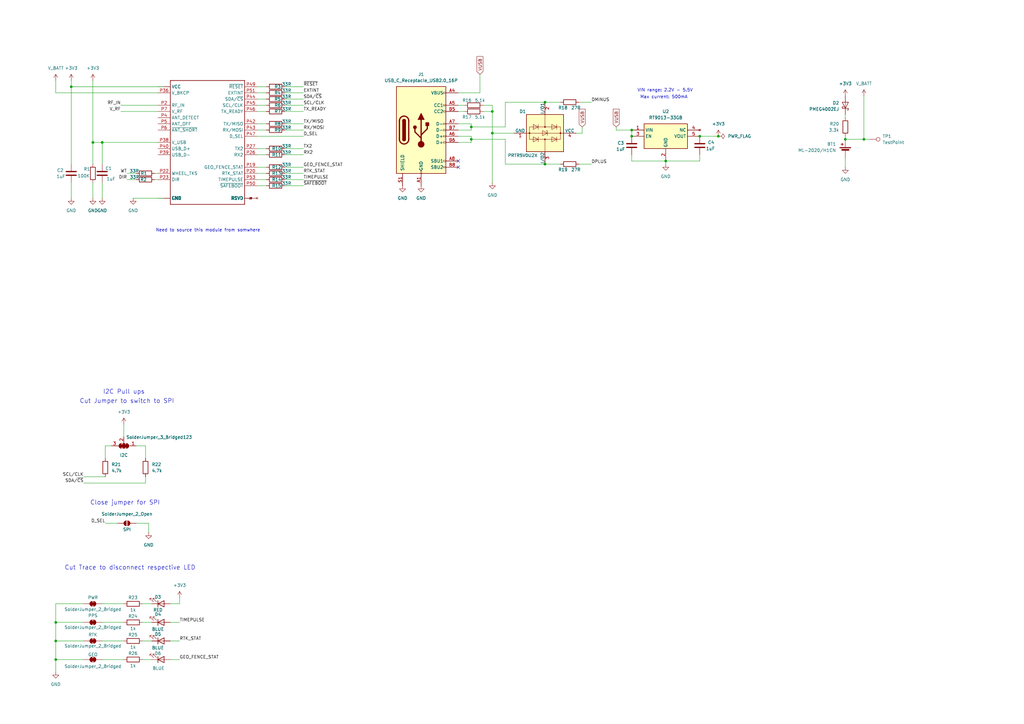
<source format=kicad_sch>
(kicad_sch (version 20250114) (generator "eeschema") (generator_version "9.0")
  (paper "A3")
  (lib_symbols
    (symbol "Connector:TestPoint" (pin_numbers (hide yes)) (pin_names (offset 0.762) (hide yes))
      (property "Reference" "TP" (at 0 6.858 0))
      (property "Value" "TestPoint" (at 0 5.08 0))
      (symbol "TestPoint_0_1"
        (circle (center 0 3.302) (radius 0.762))
      )
      (symbol "TestPoint_1_1"
        (pin passive line (at 0 0 90) (length 2.54) (name "1") (number "1"))
      )
    )
    (symbol "Connector:USB_C_Receptacle_USB2.0_16P" (pin_names (offset 1.016))
      (property "Reference" "J" (at 0 22.225 0))
      (property "Value" "USB_C_Receptacle_USB2.0_16P" (at 0 19.685 0))
      (symbol "USB_C_Receptacle_USB2.0_16P_0_0"
        (rectangle (start -0.254 -17.78) (end 0.254 -16.764))
        (rectangle (start 10.16 15.494) (end 9.144 14.986))
        (rectangle (start 10.16 10.414) (end 9.144 9.906))
        (rectangle (start 10.16 7.874) (end 9.144 7.366))
        (rectangle (start 10.16 2.794) (end 9.144 2.286))
        (rectangle (start 10.16 0.254) (end 9.144 -0.254))
        (rectangle (start 10.16 -2.286) (end 9.144 -2.794))
        (rectangle (start 10.16 -4.826) (end 9.144 -5.334))
        (rectangle (start 10.16 -12.446) (end 9.144 -12.954))
        (rectangle (start 10.16 -14.986) (end 9.144 -15.494))
      )
      (symbol "USB_C_Receptacle_USB2.0_16P_0_1"
        (rectangle (start -10.16 17.78) (end 10.16 -17.78) (stroke (width 0.254)) (fill (type background)))
        (polyline (pts (xy -8.89 -3.81) (xy -8.89 3.81)) (stroke (width 0.508)))
        (rectangle (start -7.62 -3.81) (end -6.35 3.81) (stroke (width 0.254)) (fill (type outline)))
        (arc (start -7.62 3.81) (mid -6.985 4.4423) (end -6.35 3.81) (stroke (width 0.254)))
        (arc (start -7.62 3.81) (mid -6.985 4.4423) (end -6.35 3.81) (stroke (width 0.254)) (fill (type outline)))
        (arc (start -8.89 3.81) (mid -6.985 5.7067) (end -5.08 3.81) (stroke (width 0.508)))
        (arc (start -5.08 -3.81) (mid -6.985 -5.7067) (end -8.89 -3.81) (stroke (width 0.508)))
        (arc (start -6.35 -3.81) (mid -6.985 -4.4423) (end -7.62 -3.81) (stroke (width 0.254)))
        (arc (start -6.35 -3.81) (mid -6.985 -4.4423) (end -7.62 -3.81) (stroke (width 0.254)) (fill (type outline)))
        (polyline (pts (xy -5.08 3.81) (xy -5.08 -3.81)) (stroke (width 0.508)))
        (circle (center -2.54 1.143) (radius 0.635) (stroke (width 0.254)) (fill (type outline)))
        (polyline (pts (xy -1.27 4.318) (xy 0 6.858) (xy 1.27 4.318) (xy -1.27 4.318)) (stroke (width 0.254)) (fill (type outline)))
        (polyline (pts (xy 0 -2.032) (xy 2.54 0.508) (xy 2.54 1.778)) (stroke (width 0.508)))
        (polyline (pts (xy 0 -3.302) (xy -2.54 -0.762) (xy -2.54 0.508)) (stroke (width 0.508)))
        (polyline (pts (xy 0 -5.842) (xy 0 4.318)) (stroke (width 0.508)))
        (circle (center 0 -5.842) (radius 1.27) (fill (type outline)))
        (rectangle (start 1.905 1.778) (end 3.175 3.048) (stroke (width 0.254)) (fill (type outline)))
      )
      (symbol "USB_C_Receptacle_USB2.0_16P_1_1"
        (pin passive line (at -7.62 -22.86 90) (length 5.08) (name "SHIELD") (number "S1"))
        (pin passive line (at 0 -22.86 90) (length 5.08) (name "GND") (number "A1"))
        (pin passive line (at 0 -22.86 90) (length 5.08) (hide yes) (name "GND") (number "A12"))
        (pin passive line (at 0 -22.86 90) (length 5.08) (hide yes) (name "GND") (number "B1"))
        (pin passive line (at 0 -22.86 90) (length 5.08) (hide yes) (name "GND") (number "B12"))
        (pin passive line (at 15.24 15.24 180) (length 5.08) (name "VBUS") (number "A4"))
        (pin passive line (at 15.24 15.24 180) (length 5.08) (hide yes) (name "VBUS") (number "A9"))
        (pin passive line (at 15.24 15.24 180) (length 5.08) (hide yes) (name "VBUS") (number "B4"))
        (pin passive line (at 15.24 15.24 180) (length 5.08) (hide yes) (name "VBUS") (number "B9"))
        (pin bidirectional line (at 15.24 10.16 180) (length 5.08) (name "CC1") (number "A5"))
        (pin bidirectional line (at 15.24 7.62 180) (length 5.08) (name "CC2") (number "B5"))
        (pin bidirectional line (at 15.24 2.54 180) (length 5.08) (name "D-") (number "A7"))
        (pin bidirectional line (at 15.24 0 180) (length 5.08) (name "D-") (number "B7"))
        (pin bidirectional line (at 15.24 -2.54 180) (length 5.08) (name "D+") (number "A6"))
        (pin bidirectional line (at 15.24 -5.08 180) (length 5.08) (name "D+") (number "B6"))
        (pin bidirectional line (at 15.24 -12.7 180) (length 5.08) (name "SBU1") (number "A8"))
        (pin bidirectional line (at 15.24 -15.24 180) (length 5.08) (name "SBU2") (number "B8"))
      )
    )
    (symbol "Device:Battery_Cell" (pin_numbers (hide yes)) (pin_names (offset 0) (hide yes))
      (property "Reference" "BT" (at 2.54 2.54 0))
      (property "Value" "Battery_Cell" (at 2.54 0 0))
      (symbol "Battery_Cell_0_1"
        (rectangle (start -2.286 1.778) (end 2.286 1.524) (fill (type outline)))
        (rectangle (start -1.524 1.016) (end 1.524 0.508) (fill (type outline)))
        (polyline (pts (xy 0 1.778) (xy 0 2.54)))
        (polyline (pts (xy 0 0.762) (xy 0 0)))
        (polyline (pts (xy 0.762 3.048) (xy 1.778 3.048)) (stroke (width 0.254)))
        (polyline (pts (xy 1.27 3.556) (xy 1.27 2.54)) (stroke (width 0.254)))
      )
      (symbol "Battery_Cell_1_1"
        (pin passive line (at 0 5.08 270) (length 2.54) (name "+") (number "1"))
        (pin passive line (at 0 -2.54 90) (length 2.54) (name "-") (number "2"))
      )
    )
    (symbol "Device:C" (pin_numbers (hide yes)) (pin_names (offset 0.254))
      (property "Reference" "C" (at 0.635 2.54 0))
      (property "Value" "C" (at 0.635 -2.54 0))
      (symbol "C_0_1"
        (polyline (pts (xy -2.032 0.762) (xy 2.032 0.762)) (stroke (width 0.508)))
        (polyline (pts (xy -2.032 -0.762) (xy 2.032 -0.762)) (stroke (width 0.508)))
      )
      (symbol "C_1_1"
        (pin passive line (at 0 3.81 270) (length 2.794) (name "~") (number "1"))
        (pin passive line (at 0 -3.81 90) (length 2.794) (name "~") (number "2"))
      )
    )
    (symbol "Device:LED" (pin_numbers (hide yes)) (pin_names (offset 1.016) (hide yes))
      (property "Reference" "D" (at 0 2.54 0))
      (property "Value" "LED" (at 0 -2.54 0))
      (symbol "LED_0_1"
        (polyline (pts (xy -3.048 -0.762) (xy -4.572 -2.286) (xy -3.81 -2.286) (xy -4.572 -2.286) (xy -4.572 -1.524)))
        (polyline (pts (xy -1.778 -0.762) (xy -3.302 -2.286) (xy -2.54 -2.286) (xy -3.302 -2.286) (xy -3.302 -1.524)))
        (polyline (pts (xy -1.27 0) (xy 1.27 0)))
        (polyline (pts (xy -1.27 -1.27) (xy -1.27 1.27)) (stroke (width 0.254)))
        (polyline (pts (xy 1.27 -1.27) (xy 1.27 1.27) (xy -1.27 0) (xy 1.27 -1.27)) (stroke (width 0.254)))
      )
      (symbol "LED_1_1"
        (pin passive line (at -3.81 0 0) (length 2.54) (name "K") (number "1"))
        (pin passive line (at 3.81 0 180) (length 2.54) (name "A") (number "2"))
      )
    )
    (symbol "Device:R" (pin_numbers (hide yes)) (pin_names (offset 0))
      (property "Reference" "R" (at 2.032 0 90))
      (property "Value" "R" (at 0 0 90))
      (symbol "R_0_1"
        (rectangle (start -1.016 -2.54) (end 1.016 2.54) (stroke (width 0.254)))
      )
      (symbol "R_1_1"
        (pin passive line (at 0 3.81 270) (length 1.27) (name "~") (number "1"))
        (pin passive line (at 0 -3.81 90) (length 1.27) (name "~") (number "2"))
      )
    )
    (symbol "Diode:PMEG4002EJ" (pin_numbers (hide yes)) (pin_names (hide yes))
      (property "Reference" "D" (at 0 2.54 0))
      (property "Value" "PMEG4002EJ" (at 0 -2.54 0))
      (symbol "PMEG4002EJ_0_1"
        (polyline (pts (xy -1.905 0.635) (xy -1.905 1.27) (xy -1.27 1.27) (xy -1.27 -1.27) (xy -0.635 -1.27) (xy -0.635 -0.635)) (stroke (width 0.2032)))
        (polyline (pts (xy 1.27 1.27) (xy 1.27 -1.27) (xy -1.27 0) (xy 1.27 1.27)) (stroke (width 0.2032)))
        (polyline (pts (xy 1.27 0) (xy -1.27 0)))
      )
      (symbol "PMEG4002EJ_1_1"
        (pin passive line (at -3.81 0 0) (length 2.54) (name "K") (number "1"))
        (pin passive line (at 3.81 0 180) (length 2.54) (name "A") (number "2"))
      )
    )
    (symbol "Jumper:SolderJumper_2_Bridged" (pin_numbers (hide yes)) (pin_names (offset 0) (hide yes)) (exclude_from_sim yes) (in_bom no)
      (property "Reference" "JP" (at 0 2.032 0))
      (property "Value" "SolderJumper_2_Bridged" (at 0 -2.54 0))
      (symbol "SolderJumper_2_Bridged_0_1"
        (rectangle (start -0.508 0.508) (end 0.508 -0.508) (fill (type outline)))
        (polyline (pts (xy -0.254 1.016) (xy -0.254 -1.016)))
        (arc (start -0.254 -1.016) (mid -1.2656 0) (end -0.254 1.016))
        (arc (start -0.254 -1.016) (mid -1.2656 0) (end -0.254 1.016) (fill (type outline)))
        (arc (start 0.254 1.016) (mid 1.2656 0) (end 0.254 -1.016))
        (arc (start 0.254 1.016) (mid 1.2656 0) (end 0.254 -1.016) (fill (type outline)))
        (polyline (pts (xy 0.254 1.016) (xy 0.254 -1.016)))
      )
      (symbol "SolderJumper_2_Bridged_1_1"
        (pin passive line (at -3.81 0 0) (length 2.54) (name "A") (number "1"))
        (pin passive line (at 3.81 0 180) (length 2.54) (name "B") (number "2"))
      )
    )
    (symbol "Jumper:SolderJumper_2_Open" (pin_numbers (hide yes)) (pin_names (offset 0) (hide yes)) (exclude_from_sim yes) (in_bom no)
      (property "Reference" "JP" (at 0 2.032 0))
      (property "Value" "SolderJumper_2_Open" (at 0 -2.54 0))
      (symbol "SolderJumper_2_Open_0_1"
        (polyline (pts (xy -0.254 1.016) (xy -0.254 -1.016)))
        (arc (start -0.254 -1.016) (mid -1.2656 0) (end -0.254 1.016))
        (arc (start -0.254 -1.016) (mid -1.2656 0) (end -0.254 1.016) (fill (type outline)))
        (arc (start 0.254 1.016) (mid 1.2656 0) (end 0.254 -1.016))
        (arc (start 0.254 1.016) (mid 1.2656 0) (end 0.254 -1.016) (fill (type outline)))
        (polyline (pts (xy 0.254 1.016) (xy 0.254 -1.016)))
      )
      (symbol "SolderJumper_2_Open_1_1"
        (pin passive line (at -3.81 0 0) (length 2.54) (name "A") (number "1"))
        (pin passive line (at 3.81 0 180) (length 2.54) (name "B") (number "2"))
      )
    )
    (symbol "Jumper:SolderJumper_3_Bridged123" (pin_names (offset 0) (hide yes)) (exclude_from_sim yes) (in_bom no)
      (property "Reference" "JP" (at -2.54 -2.54 0))
      (property "Value" "SolderJumper_3_Bridged123" (at 0 2.794 0))
      (symbol "SolderJumper_3_Bridged123_0_1"
        (polyline (pts (xy -2.54 0) (xy -2.032 0)))
        (polyline (pts (xy -1.016 1.016) (xy -1.016 -1.016)))
        (rectangle (start -1.016 0.508) (end -0.508 -0.508) (fill (type outline)))
        (arc (start -1.016 -1.016) (mid -2.0276 0) (end -1.016 1.016))
        (arc (start -1.016 -1.016) (mid -2.0276 0) (end -1.016 1.016) (fill (type outline)))
        (rectangle (start -0.508 1.016) (end 0.508 -1.016) (fill (type outline)))
        (polyline (pts (xy 0 -1.27) (xy 0 -1.016)))
        (rectangle (start 0.508 0.508) (end 1.016 -0.508) (fill (type outline)))
        (arc (start 1.016 1.016) (mid 2.0276 0) (end 1.016 -1.016))
        (arc (start 1.016 1.016) (mid 2.0276 0) (end 1.016 -1.016) (fill (type outline)))
        (polyline (pts (xy 1.016 1.016) (xy 1.016 -1.016)))
        (polyline (pts (xy 2.54 0) (xy 2.032 0)))
      )
      (symbol "SolderJumper_3_Bridged123_1_1"
        (pin passive line (at -5.08 0 0) (length 2.54) (name "A") (number "1"))
        (pin passive line (at 0 -3.81 90) (length 2.54) (name "C") (number "2"))
        (pin passive line (at 5.08 0 180) (length 2.54) (name "B") (number "3"))
      )
    )
    (symbol "MouserDownloads:RT9013-33GB"
      (property "Reference" "PS" (at 24.13 7.62 0))
      (property "Value" "RT9013-33GB" (at 24.13 5.08 0))
      (symbol "RT9013-33GB_1_1"
        (rectangle (start 5.08 2.54) (end 22.86 -7.62) (stroke (width 0.254)) (fill (type background)))
        (pin passive line (at 0 0 0) (length 5.08) (name "VIN") (number "1"))
        (pin passive line (at 0 -2.54 0) (length 5.08) (name "EN") (number "3"))
        (pin passive line (at 13.97 -12.7 90) (length 5.08) (name "GND") (number "2"))
        (pin no_connect line (at 27.94 0 180) (length 5.08) (name "NC") (number "4"))
        (pin passive line (at 27.94 -2.54 180) (length 5.08) (name "VOUT") (number "5"))
      )
    )
    (symbol "Power_Protection:PRTR5V0U2X" (pin_names (offset 0))
      (property "Reference" "D" (at 2.794 8.636 0))
      (property "Value" "PRTR5V0U2X" (at 8.128 -9.398 0))
      (symbol "PRTR5V0U2X_0_1"
        (rectangle (start -7.62 -7.62) (end 7.62 7.62) (stroke (width 0.254)) (fill (type background)))
        (polyline (pts (xy -3.556 2.794) (xy -1.524 2.794) (xy -2.54 4.826) (xy -3.556 2.794)))
        (polyline (pts (xy -3.556 -4.826) (xy -1.524 -4.826) (xy -2.54 -2.794) (xy -3.556 -4.826)))
        (rectangle (start -2.54 6.35) (end 2.54 -6.35))
        (circle (center -2.54 0) (radius 0.254) (fill (type outline)))
        (polyline (pts (xy -2.54 0) (xy -7.62 0)))
        (polyline (pts (xy -1.524 4.826) (xy -3.556 4.826)))
        (polyline (pts (xy -1.524 -2.794) (xy -3.556 -2.794)))
        (polyline (pts (xy -1.016 -1.016) (xy 1.016 -1.016) (xy 0 1.016) (xy -1.016 -1.016)))
        (circle (center 0 6.35) (radius 0.254) (fill (type outline)))
        (circle (center 0 -6.35) (radius 0.254) (fill (type outline)))
        (polyline (pts (xy 0 -7.62) (xy 0 7.62)))
        (polyline (pts (xy 1.016 1.016) (xy -1.016 1.016) (xy -1.016 0.508)))
        (polyline (pts (xy 1.524 4.826) (xy 3.556 4.826)))
        (polyline (pts (xy 1.524 -2.794) (xy 3.556 -2.794)))
        (polyline (pts (xy 2.54 0) (xy 7.62 0)))
        (circle (center 2.54 0) (radius 0.254) (fill (type outline)))
        (polyline (pts (xy 3.556 2.794) (xy 1.524 2.794) (xy 2.54 4.826) (xy 3.556 2.794)))
        (polyline (pts (xy 3.556 -4.826) (xy 1.524 -4.826) (xy 2.54 -2.794) (xy 3.556 -4.826)))
      )
      (symbol "PRTR5V0U2X_1_1"
        (pin passive line (at -12.7 0 0) (length 5.08) (name "I/O1") (number "2"))
        (pin passive line (at 0 12.7 270) (length 5.08) (name "VCC") (number "4"))
        (pin passive line (at 0 -12.7 90) (length 5.08) (name "GND") (number "1"))
        (pin passive line (at 12.7 0 180) (length 5.08) (name "I/O2") (number "3"))
      )
    )
    (symbol "SparkFun_GPS_ZED-F9K-eagle-import:U-BLOX_ZED_F9K"
      (symbol "U-BLOX_ZED_F9K_1_0"
        (polyline (pts (xy -15.24 25.4) (xy 15.24 25.4)) (stroke (width 0.254)))
        (polyline (pts (xy -15.24 -25.4) (xy -15.24 25.4)) (stroke (width 0.254)))
        (polyline (pts (xy 15.24 25.4) (xy 15.24 -25.4)) (stroke (width 0.254)))
        (polyline (pts (xy 15.24 -25.4) (xy -15.24 -25.4)) (stroke (width 0.254)))
        (pin power_in line (at -20.32 22.86 0) (length 5.08) (name "VCC") (number "P33"))
        (pin power_in line (at -20.32 20.32 0) (length 5.08) (name "V_BKCP") (number "P36"))
        (pin input line (at -20.32 15.24 0) (length 5.08) (name "RF_IN") (number "P2"))
        (pin output line (at -20.32 12.7 0) (length 5.08) (name "V_RF") (number "P7"))
        (pin input line (at -20.32 10.16 0) (length 5.08) (name "ANT_DETECT") (number "P4"))
        (pin output line (at -20.32 7.62 0) (length 5.08) (name "ANT_OFF") (number "P5"))
        (pin output line (at -20.32 5.08 0) (length 5.08) (name "~{ANT_SHORT}") (number "P6"))
        (pin power_in line (at -20.32 0 0) (length 5.08) (name "V_USB") (number "P38"))
        (pin bidirectional line (at -20.32 -2.54 0) (length 5.08) (name "USB_D+") (number "P40"))
        (pin bidirectional line (at -20.32 -5.08 0) (length 5.08) (name "USB_D-") (number "P39"))
        (pin input line (at -20.32 -12.7 0) (length 5.08) (name "WHEEL_TKS") (number "P22"))
        (pin input line (at -20.32 -15.24 0) (length 5.08) (name "DIR") (number "P23"))
        (pin power_in line (at -20.32 -22.86 0) (length 5.08) (name "GND") (number "G1"))
        (pin power_in line (at -17.78 22.86 0) (length 2.54) (name "VCC") (number "P34"))
        (pin power_in line (at -17.78 -22.86 0) (length 2.54) (name "GND") (number "G10"))
        (pin power_in line (at -17.78 -22.86 0) (length 2.54) (name "GND") (number "G11"))
        (pin power_in line (at -17.78 -22.86 0) (length 2.54) (name "GND") (number "G12"))
        (pin power_in line (at -17.78 -22.86 0) (length 2.54) (name "GND") (number "G13"))
        (pin power_in line (at -17.78 -22.86 0) (length 2.54) (name "GND") (number "G14"))
        (pin power_in line (at -17.78 -22.86 0) (length 2.54) (name "GND") (number "G15"))
        (pin power_in line (at -17.78 -22.86 0) (length 2.54) (name "GND") (number "G16"))
        (pin power_in line (at -17.78 -22.86 0) (length 2.54) (name "GND") (number "G17"))
        (pin power_in line (at -17.78 -22.86 0) (length 2.54) (name "GND") (number "G18"))
        (pin power_in line (at -17.78 -22.86 0) (length 2.54) (name "GND") (number "G19"))
        (pin power_in line (at -17.78 -22.86 0) (length 2.54) (name "GND") (number "G2"))
        (pin power_in line (at -17.78 -22.86 0) (length 2.54) (name "GND") (number "G20"))
        (pin power_in line (at -17.78 -22.86 0) (length 2.54) (name "GND") (number "G21"))
        (pin power_in line (at -17.78 -22.86 0) (length 2.54) (name "GND") (number "G22"))
        (pin power_in line (at -17.78 -22.86 0) (length 2.54) (name "GND") (number "G23"))
        (pin power_in line (at -17.78 -22.86 0) (length 2.54) (name "GND") (number "G24"))
        (pin power_in line (at -17.78 -22.86 0) (length 2.54) (name "GND") (number "G25"))
        (pin power_in line (at -17.78 -22.86 0) (length 2.54) (name "GND") (number "G26"))
        (pin power_in line (at -17.78 -22.86 0) (length 2.54) (name "GND") (number "G27"))
        (pin power_in line (at -17.78 -22.86 0) (length 2.54) (name "GND") (number "G28"))
        (pin power_in line (at -17.78 -22.86 0) (length 2.54) (name "GND") (number "G29"))
        (pin power_in line (at -17.78 -22.86 0) (length 2.54) (name "GND") (number "G3"))
        (pin power_in line (at -17.78 -22.86 0) (length 2.54) (name "GND") (number "G30"))
        (pin power_in line (at -17.78 -22.86 0) (length 2.54) (name "GND") (number "G31"))
        (pin power_in line (at -17.78 -22.86 0) (length 2.54) (name "GND") (number "G32"))
        (pin power_in line (at -17.78 -22.86 0) (length 2.54) (name "GND") (number "G33"))
        (pin power_in line (at -17.78 -22.86 0) (length 2.54) (name "GND") (number "G34"))
        (pin power_in line (at -17.78 -22.86 0) (length 2.54) (name "GND") (number "G35"))
        (pin power_in line (at -17.78 -22.86 0) (length 2.54) (name "GND") (number "G36"))
        (pin power_in line (at -17.78 -22.86 0) (length 2.54) (name "GND") (number "G37"))
        (pin power_in line (at -17.78 -22.86 0) (length 2.54) (name "GND") (number "G38"))
        (pin power_in line (at -17.78 -22.86 0) (length 2.54) (name "GND") (number "G39"))
        (pin power_in line (at -17.78 -22.86 0) (length 2.54) (name "GND") (number "G4"))
        (pin power_in line (at -17.78 -22.86 0) (length 2.54) (name "GND") (number "G40"))
        (pin power_in line (at -17.78 -22.86 0) (length 2.54) (name "GND") (number "G41"))
        (pin power_in line (at -17.78 -22.86 0) (length 2.54) (name "GND") (number "G42"))
        (pin power_in line (at -17.78 -22.86 0) (length 2.54) (name "GND") (number "G43"))
        (pin power_in line (at -17.78 -22.86 0) (length 2.54) (name "GND") (number "G44"))
        (pin power_in line (at -17.78 -22.86 0) (length 2.54) (name "GND") (number "G45"))
        (pin power_in line (at -17.78 -22.86 0) (length 2.54) (name "GND") (number "G46"))
        (pin power_in line (at -17.78 -22.86 0) (length 2.54) (name "GND") (number "G47"))
        (pin power_in line (at -17.78 -22.86 0) (length 2.54) (name "GND") (number "G48"))
        (pin power_in line (at -17.78 -22.86 0) (length 2.54) (name "GND") (number "G5"))
        (pin power_in line (at -17.78 -22.86 0) (length 2.54) (name "GND") (number "G6"))
        (pin power_in line (at -17.78 -22.86 0) (length 2.54) (name "GND") (number "G7"))
        (pin power_in line (at -17.78 -22.86 0) (length 2.54) (name "GND") (number "G8"))
        (pin power_in line (at -17.78 -22.86 0) (length 2.54) (name "GND") (number "G9"))
        (pin power_in line (at -17.78 -22.86 0) (length 2.54) (name "GND") (number "P1"))
        (pin power_in line (at -17.78 -22.86 0) (length 2.54) (name "GND") (number "P12"))
        (pin power_in line (at -17.78 -22.86 0) (length 2.54) (name "GND") (number "P14"))
        (pin power_in line (at -17.78 -22.86 0) (length 2.54) (name "GND") (number "P3"))
        (pin power_in line (at -17.78 -22.86 0) (length 2.54) (name "GND") (number "P32"))
        (pin power_in line (at -17.78 -22.86 0) (length 2.54) (name "GND") (number "P37"))
        (pin power_in line (at -17.78 -22.86 0) (length 2.54) (name "GND") (number "P41"))
        (pin power_in line (at -17.78 -22.86 0) (length 2.54) (name "GND") (number "P48"))
        (pin no_connect line (at 17.78 -22.86 180) (length 2.54) (name "RSVD") (number "P11"))
        (pin no_connect line (at 17.78 -22.86 180) (length 2.54) (name "RSVD") (number "P13"))
        (pin no_connect line (at 17.78 -22.86 180) (length 2.54) (name "RSVD") (number "P15"))
        (pin no_connect line (at 17.78 -22.86 180) (length 2.54) (name "RSVD") (number "P16"))
        (pin no_connect line (at 17.78 -22.86 180) (length 2.54) (name "RSVD") (number "P17"))
        (pin no_connect line (at 17.78 -22.86 180) (length 2.54) (name "RSVD") (number "P18"))
        (pin no_connect line (at 17.78 -22.86 180) (length 2.54) (name "RSVD") (number "P21"))
        (pin no_connect line (at 17.78 -22.86 180) (length 2.54) (name "RSVD") (number "P24"))
        (pin no_connect line (at 17.78 -22.86 180) (length 2.54) (name "RSVD") (number "P25"))
        (pin no_connect line (at 17.78 -22.86 180) (length 2.54) (name "RSVD") (number "P28"))
        (pin no_connect line (at 17.78 -22.86 180) (length 2.54) (name "RSVD") (number "P29"))
        (pin no_connect line (at 17.78 -22.86 180) (length 2.54) (name "RSVD") (number "P30"))
        (pin no_connect line (at 17.78 -22.86 180) (length 2.54) (name "RSVD") (number "P31"))
        (pin no_connect line (at 17.78 -22.86 180) (length 2.54) (name "RSVD") (number "P35"))
        (pin no_connect line (at 17.78 -22.86 180) (length 2.54) (name "RSVD") (number "P52"))
        (pin no_connect line (at 17.78 -22.86 180) (length 2.54) (name "RSVD") (number "P54"))
        (pin no_connect line (at 17.78 -22.86 180) (length 2.54) (name "RSVD") (number "P8"))
        (pin no_connect line (at 17.78 -22.86 180) (length 2.54) (name "RSVD") (number "P9"))
        (pin bidirectional line (at 20.32 22.86 180) (length 5.08) (name "~{RESET}") (number "P49"))
        (pin bidirectional line (at 20.32 20.32 180) (length 5.08) (name "EXTINT") (number "P51"))
        (pin bidirectional line (at 20.32 17.78 180) (length 5.08) (name "SDA/~{CS}") (number "P44"))
        (pin bidirectional line (at 20.32 15.24 180) (length 5.08) (name "SCL/CLK") (number "P45"))
        (pin bidirectional line (at 20.32 12.7 180) (length 5.08) (name "TX_READY") (number "P46"))
        (pin bidirectional line (at 20.32 7.62 180) (length 5.08) (name "TX/MISO") (number "P42"))
        (pin bidirectional line (at 20.32 5.08 180) (length 5.08) (name "RX/MOSI") (number "P43"))
        (pin bidirectional line (at 20.32 2.54 180) (length 5.08) (name "D_SEL") (number "P47"))
        (pin output line (at 20.32 -2.54 180) (length 5.08) (name "TX2") (number "P27"))
        (pin input line (at 20.32 -5.08 180) (length 5.08) (name "RX2") (number "P26"))
        (pin output line (at 20.32 -10.16 180) (length 5.08) (name "GEO_FENCE_STAT") (number "P19"))
        (pin output line (at 20.32 -12.7 180) (length 5.08) (name "RTK_STAT") (number "P20"))
        (pin output line (at 20.32 -15.24 180) (length 5.08) (name "TIMEPULSE") (number "P53"))
        (pin input line (at 20.32 -17.78 180) (length 5.08) (name "~{SAFEBOOT}") (number "P50"))
        (pin no_connect line (at 20.32 -22.86 180) (length 5.08) (name "RSVD") (number "P10"))
      )
    )
    (symbol "power:+3V3" (power) (pin_numbers (hide yes)) (pin_names (offset 0) (hide yes))
      (property "Value" "+3V3" (at 0 3.556 0))
      (symbol "+3V3_0_1"
        (polyline (pts (xy -0.762 1.27) (xy 0 2.54)))
        (polyline (pts (xy 0 2.54) (xy 0.762 1.27)))
        (polyline (pts (xy 0 0) (xy 0 2.54)))
      )
      (symbol "+3V3_1_1"
        (pin power_in line (at 0 0 90) (length 0) (name "~") (number "1"))
      )
    )
    (symbol "power:GND" (power) (pin_numbers (hide yes)) (pin_names (offset 0) (hide yes))
      (property "Value" "GND" (at 0 -3.81 0))
      (symbol "GND_0_1"
        (polyline (pts (xy 0 0) (xy 0 -1.27) (xy 1.27 -1.27) (xy 0 -2.54) (xy -1.27 -1.27) (xy 0 -1.27)))
      )
      (symbol "GND_1_1"
        (pin power_in line (at 0 0 270) (length 0) (name "~") (number "1"))
      )
    )
    (symbol "power:PWR_FLAG" (power) (pin_numbers (hide yes)) (pin_names (offset 0) (hide yes))
      (property "Value" "PWR_FLAG" (at 0 3.81 0))
      (symbol "PWR_FLAG_0_0"
        (pin power_out line (at 0 0 90) (length 0) (name "~") (number "1"))
      )
      (symbol "PWR_FLAG_0_1"
        (polyline (pts (xy 0 0) (xy 0 1.27) (xy -1.016 1.905) (xy 0 2.54) (xy 1.016 1.905) (xy 0 1.27)))
      )
    )
  )
  (text "Cut Trace to disconnect respective LED\n" (at 53.34 232.918 0) (effects (font (size 1.778 1.778))))
  (text "Need to source this module from somwhere\n" (at 85.344 94.488 0) (effects (font (size 1.27 1.27))))
  (text "VIN range: 2.2V - 5.5V" (at 272.796 37.084 0) (effects (font (size 1.27 1.27))))
  (text "I2C Pull ups" (at 50.8 160.782 0) (effects (font (size 1.778 1.778))))
  (text "Max current: 500mA" (at 272.288 39.878 0) (effects (font (size 1.27 1.27))))
  (text "Close jumper for SPI" (at 51.308 206.248 0) (effects (font (size 1.778 1.778))))
  (text "Cut Jumper to switch to SPI" (at 52.07 164.592 0) (effects (font (size 1.778 1.778))))
  (junction (at 201.93 54.61))
  (junction (at 287.02 55.88))
  (junction (at 22.86 255.27))
  (junction (at 259.08 53.34))
  (junction (at 29.21 35.56))
  (junction (at 22.86 262.89))
  (junction (at 259.08 55.88))
  (junction (at 294.64 55.88))
  (junction (at 354.33 57.15))
  (junction (at 223.52 67.31))
  (junction (at 193.294 52.07))
  (junction (at 193.294 57.15))
  (junction (at 223.52 41.91))
  (junction (at 22.86 270.51))
  (junction (at 346.71 57.15))
  (junction (at 41.91 58.42))
  (junction (at 38.1 58.42))
  (junction (at 273.05 66.04))
  (junction (at 201.93 45.72))
  (no_connect (at 187.96 68.58))
  (no_connect (at 187.96 66.04))
  (wire (pts (xy 201.93 54.61) (xy 201.93 74.93)))
  (wire (pts (xy 116.84 43.18) (xy 124.46 43.18)))
  (wire (pts (xy 73.66 245.11) (xy 73.66 247.65)))
  (wire (pts (xy 193.294 50.8) (xy 193.294 52.07)))
  (wire (pts (xy 238.76 52.07) (xy 238.76 54.61)))
  (wire (pts (xy 52.07 73.66) (xy 55.88 73.66)))
  (wire (pts (xy 193.294 57.15) (xy 207.264 57.15)))
  (wire (pts (xy 193.294 55.88) (xy 193.294 57.15)))
  (wire (pts (xy 41.91 247.65) (xy 50.8 247.65)))
  (wire (pts (xy 41.91 255.27) (xy 50.8 255.27)))
  (wire (pts (xy 60.96 214.63) (xy 60.96 218.44)))
  (wire (pts (xy 34.29 195.58) (xy 43.18 195.58)))
  (wire (pts (xy 105.41 40.64) (xy 109.22 40.64)))
  (wire (pts (xy 58.42 270.51) (xy 62.23 270.51)))
  (wire (pts (xy 223.52 67.31) (xy 229.87 67.31)))
  (wire (pts (xy 223.52 41.91) (xy 229.87 41.91)))
  (wire (pts (xy 41.91 58.42) (xy 41.91 67.31)))
  (wire (pts (xy 69.85 255.27) (xy 73.66 255.27)))
  (wire (pts (xy 193.294 52.07) (xy 207.264 52.07)))
  (wire (pts (xy 45.72 182.88) (xy 43.18 182.88)))
  (wire (pts (xy 41.91 58.42) (xy 64.77 58.42)))
  (wire (pts (xy 116.84 71.12) (xy 124.46 71.12)))
  (wire (pts (xy 238.76 54.61) (xy 236.22 54.61)))
  (wire (pts (xy 58.42 262.89) (xy 62.23 262.89)))
  (wire (pts (xy 346.71 57.15) (xy 354.33 57.15)))
  (wire (pts (xy 48.26 214.63) (xy 43.18 214.63)))
  (wire (pts (xy 259.08 63.5) (xy 259.08 66.04)))
  (wire (pts (xy 22.86 270.51) (xy 34.29 270.51)))
  (wire (pts (xy 187.96 45.72) (xy 190.5 45.72)))
  (wire (pts (xy 105.41 73.66) (xy 109.22 73.66)))
  (wire (pts (xy 38.1 58.42) (xy 38.1 67.31)))
  (wire (pts (xy 116.84 50.8) (xy 124.46 50.8)))
  (wire (pts (xy 49.53 45.72) (xy 64.77 45.72)))
  (wire (pts (xy 59.69 182.88) (xy 55.88 182.88)))
  (wire (pts (xy 237.49 41.91) (xy 242.57 41.91)))
  (wire (pts (xy 69.85 270.51) (xy 73.66 270.51)))
  (wire (pts (xy 34.29 198.12) (xy 59.69 198.12)))
  (wire (pts (xy 346.71 55.88) (xy 346.71 57.15)))
  (wire (pts (xy 116.84 73.66) (xy 124.46 73.66)))
  (wire (pts (xy 105.41 76.2) (xy 109.22 76.2)))
  (wire (pts (xy 105.41 68.58) (xy 109.22 68.58)))
  (wire (pts (xy 116.84 35.56) (xy 124.46 35.56)))
  (wire (pts (xy 116.84 53.34) (xy 124.46 53.34)))
  (wire (pts (xy 49.53 43.18) (xy 64.77 43.18)))
  (wire (pts (xy 41.91 262.89) (xy 50.8 262.89)))
  (wire (pts (xy 116.84 40.64) (xy 124.46 40.64)))
  (wire (pts (xy 201.93 43.18) (xy 201.93 45.72)))
  (wire (pts (xy 201.93 74.93) (xy 201.9487 74.9622)))
  (wire (pts (xy 273.05 66.04) (xy 273.05 67.31)))
  (wire (pts (xy 59.69 187.96) (xy 59.69 182.88)))
  (wire (pts (xy 29.21 35.56) (xy 29.21 67.31)))
  (wire (pts (xy 22.86 255.27) (xy 22.86 262.89)))
  (wire (pts (xy 187.96 55.88) (xy 193.294 55.88)))
  (wire (pts (xy 237.49 67.31) (xy 242.57 67.31)))
  (wire (pts (xy 34.29 262.89) (xy 22.86 262.89)))
  (wire (pts (xy 207.264 41.91) (xy 223.52 41.91)))
  (wire (pts (xy 29.21 35.56) (xy 67.31 35.56)))
  (wire (pts (xy 22.86 262.89) (xy 22.86 270.51)))
  (wire (pts (xy 193.294 53.34) (xy 193.294 52.07)))
  (wire (pts (xy 287.02 55.88) (xy 294.64 55.88)))
  (wire (pts (xy 69.85 247.65) (xy 73.66 247.65)))
  (wire (pts (xy 105.41 60.96) (xy 109.22 60.96)))
  (wire (pts (xy 201.93 54.61) (xy 210.82 54.61)))
  (wire (pts (xy 59.69 195.58) (xy 59.69 198.12)))
  (wire (pts (xy 252.73 52.07) (xy 252.73 53.34)))
  (wire (pts (xy 38.1 74.93) (xy 38.1 81.28)))
  (wire (pts (xy 193.294 58.42) (xy 193.294 57.15)))
  (wire (pts (xy 273.05 66.04) (xy 287.02 66.04)))
  (wire (pts (xy 207.264 57.15) (xy 207.264 67.31)))
  (wire (pts (xy 259.08 55.88) (xy 259.08 53.34)))
  (wire (pts (xy 22.86 270.51) (xy 22.86 275.59)))
  (wire (pts (xy 354.33 39.37) (xy 354.33 57.15)))
  (wire (pts (xy 196.85 38.1) (xy 196.85 30.48)))
  (wire (pts (xy 105.41 71.12) (xy 109.22 71.12)))
  (wire (pts (xy 38.1 33.02) (xy 38.1 58.42)))
  (wire (pts (xy 105.41 45.72) (xy 109.22 45.72)))
  (wire (pts (xy 187.96 50.8) (xy 193.294 50.8)))
  (wire (pts (xy 207.264 67.31) (xy 223.52 67.31)))
  (wire (pts (xy 34.29 247.65) (xy 22.86 247.65)))
  (wire (pts (xy 116.84 45.72) (xy 124.46 45.72)))
  (wire (pts (xy 187.96 58.42) (xy 193.294 58.42)))
  (wire (pts (xy 259.08 66.04) (xy 273.05 66.04)))
  (wire (pts (xy 109.22 35.56) (xy 105.41 35.56)))
  (wire (pts (xy 22.86 38.1) (xy 64.77 38.1)))
  (wire (pts (xy 41.91 270.51) (xy 50.8 270.51)))
  (wire (pts (xy 38.1 58.42) (xy 41.91 58.42)))
  (wire (pts (xy 354.33 57.15) (xy 356.87 57.15)))
  (wire (pts (xy 52.07 71.12) (xy 55.88 71.12)))
  (wire (pts (xy 41.91 74.93) (xy 41.91 81.28)))
  (wire (pts (xy 34.29 255.27) (xy 22.86 255.27)))
  (wire (pts (xy 187.96 38.1) (xy 196.85 38.1)))
  (wire (pts (xy 207.264 52.07) (xy 207.264 41.91)))
  (wire (pts (xy 55.88 214.63) (xy 60.96 214.63)))
  (wire (pts (xy 116.84 38.1) (xy 124.46 38.1)))
  (wire (pts (xy 116.84 63.5) (xy 124.46 63.5)))
  (wire (pts (xy 252.73 53.34) (xy 259.08 53.34)))
  (wire (pts (xy 43.18 182.88) (xy 43.18 187.96)))
  (wire (pts (xy 187.96 53.34) (xy 193.294 53.34)))
  (wire (pts (xy 105.41 53.34) (xy 109.22 53.34)))
  (wire (pts (xy 116.84 76.2) (xy 124.46 76.2)))
  (wire (pts (xy 50.8 173.99) (xy 50.8 179.07)))
  (wire (pts (xy 22.86 33.02) (xy 22.86 38.1)))
  (wire (pts (xy 105.41 38.1) (xy 109.22 38.1)))
  (wire (pts (xy 116.84 60.96) (xy 124.46 60.96)))
  (wire (pts (xy 116.84 68.58) (xy 124.46 68.58)))
  (wire (pts (xy 63.5 73.66) (xy 64.77 73.66)))
  (wire (pts (xy 105.41 63.5) (xy 109.22 63.5)))
  (wire (pts (xy 54.61 81.28) (xy 67.31 81.28)))
  (wire (pts (xy 29.21 35.56) (xy 29.21 33.02)))
  (wire (pts (xy 287.02 66.04) (xy 287.02 63.5)))
  (wire (pts (xy 201.93 45.72) (xy 201.93 54.61)))
  (wire (pts (xy 346.71 46.99) (xy 346.71 48.26)))
  (wire (pts (xy 346.71 68.58) (xy 346.71 64.77)))
  (wire (pts (xy 29.21 74.93) (xy 29.21 81.28)))
  (wire (pts (xy 105.41 50.8) (xy 109.22 50.8)))
  (wire (pts (xy 58.42 247.65) (xy 62.23 247.65)))
  (wire (pts (xy 105.41 55.88) (xy 124.46 55.88)))
  (wire (pts (xy 22.86 247.65) (xy 22.86 255.27)))
  (wire (pts (xy 187.96 43.18) (xy 190.5 43.18)))
  (wire (pts (xy 63.5 71.12) (xy 64.77 71.12)))
  (wire (pts (xy 58.42 255.27) (xy 62.23 255.27)))
  (wire (pts (xy 198.12 45.72) (xy 201.93 45.72)))
  (wire (pts (xy 201.93 43.18) (xy 198.12 43.18)))
  (wire (pts (xy 69.85 262.89) (xy 73.66 262.89)))
  (wire (pts (xy 105.41 43.18) (xy 109.22 43.18)))
  (label "D_SEL" (at 43.18 214.63 180))
  (label "V_RF" (at 49.53 45.72 180))
  (label "SDA{slash}~{CS}" (at 34.29 198.12 180))
  (label "D_SEL" (at 124.46 55.88 0))
  (label "EXTINT" (at 124.46 38.1 0))
  (label "DMINUS" (at 242.57 41.91 0))
  (label "SCL{slash}CLK" (at 34.29 195.58 180))
  (label "TIMEPULSE" (at 73.66 255.27 0))
  (label "RTK_STAT" (at 73.66 262.89 0))
  (label "WT" (at 52.07 71.12 180))
  (label "RTK_STAT" (at 124.46 71.12 0))
  (label "DPLUS" (at 242.57 67.31 0))
  (label "DIR" (at 52.07 73.66 180))
  (label "~{RESET}" (at 124.46 35.56 0))
  (label "TX_READY" (at 124.46 45.72 0))
  (label "GEO_FENCE_STAT" (at 124.46 68.58 0))
  (label "RX{slash}MOSI" (at 124.46 53.34 0))
  (label "SCL{slash}CLK" (at 124.46 43.18 0))
  (label "TX2" (at 124.46 60.96 0))
  (label "TIMEPULSE" (at 124.46 73.66 0))
  (label "RF_IN" (at 49.53 43.18 180))
  (label "TX{slash}MISO" (at 124.46 50.8 0))
  (label "SDA{slash}~{CS}" (at 124.46 40.64 0))
  (label "~{SAFEBOOT}" (at 124.46 76.2 0))
  (label "GEO_FENCE_STAT" (at 73.66 270.51 0))
  (label "RX2" (at 124.46 63.5 0))
  (global_label "VUSB" (shape input) (at 238.76 52.07 90) (property "Intersheetrefs" "${INTERSHEET_REFS}" (effects (hide yes))))
  (global_label "VUSB" (shape input) (at 196.85 30.48 90) (property "Intersheetrefs" "${INTERSHEET_REFS}" (effects (hide yes))))
  (global_label "VUSB" (shape input) (at 252.73 52.07 90) (property "Intersheetrefs" "${INTERSHEET_REFS}" (effects (hide yes))))
  (symbol (lib_id "power:GND") (at 346.71 68.58 0) (unit 1)
    (property "Reference" "#PWR08" (effects (hide yes)))
    (property "Value" "GND" (at 346.71 73.66 0))
    (property "Description" "Power symbol creates a global label with name \"GND\" , ground" (effects (hide yes)))
  )
  (symbol (lib_id "Device:R") (at 113.03 71.12 270) (mirror x) (unit 1)
    (property "Reference" "R13" (at 111.506 71.12 90) (effects (justify left)))
    (property "Value" "33R" (at 115.57 70.104 90) (effects (justify left)))
    (property "Description" "Resistor" (effects (hide yes)))
  )
  (symbol (lib_id "Device:R") (at 113.03 68.58 270) (mirror x) (unit 1)
    (property "Reference" "R12" (at 111.506 68.58 90) (effects (justify left)))
    (property "Value" "33R" (at 115.57 67.564 90) (effects (justify left)))
    (property "Description" "Resistor" (effects (hide yes)))
  )
  (symbol (lib_id "power:GND") (at 22.86 275.59 0) (unit 1)
    (property "Reference" "#PWR018" (effects (hide yes)))
    (property "Value" "GND" (at 22.86 280.67 0))
    (property "Description" "Power symbol creates a global label with name \"GND\" , ground" (effects (hide yes)))
  )
  (symbol (lib_id "power:+3V3") (at 50.8 173.99 0) (unit 1)
    (property "Reference" "#PWR016" (effects (hide yes)))
    (property "Value" "+3V3" (at 50.8 168.91 0))
    (property "Description" "Power symbol creates a global label with name \"+3V3\"" (effects (hide yes)))
  )
  (symbol (lib_id "Device:LED") (at 66.04 255.27 0) (mirror x) (unit 1)
    (property "Reference" "D4" (at 64.77 251.968 0))
    (property "Value" "BLUE" (at 64.77 258.064 0))
    (property "Description" "Light emitting diode" (effects (hide yes)))
  )
  (symbol (lib_id "Device:R") (at 194.31 45.72 270) (unit 1)
    (property "Reference" "R17" (at 191.516 48.006 90))
    (property "Value" "5.1k" (at 196.85 48.006 90))
    (property "Description" "Resistor" (effects (hide yes)))
  )
  (symbol (lib_id "Power_Protection:PRTR5V0U2X") (at 223.52 54.61 270) (unit 1)
    (property "Reference" "D1" (at 214.376 45.72 90))
    (property "Value" "PRTR5V0U2X" (at 214.376 63.754 90))
    (property "Footprint" "Package_TO_SOT_SMD:SOT-143" (effects (hide yes)))
    (property "Datasheet" "https://assets.nexperia.com/documents/data-sheet/PRTR5V0U2X.pdf" (effects (hide yes)))
    (property "Description" "Ultra low capacitance double rail-to-rail ESD protection diode, SOT-143" (effects (hide yes)))
  )
  (symbol (lib_id "Device:R") (at 113.03 60.96 270) (mirror x) (unit 1)
    (property "Reference" "R10" (at 111.506 60.96 90) (effects (justify left)))
    (property "Value" "33R" (at 115.57 59.944 90) (effects (justify left)))
    (property "Description" "Resistor" (effects (hide yes)))
  )
  (symbol (lib_id "SparkFun_GPS_ZED-F9K-eagle-import:U-BLOX_ZED_F9K") (at 85.09 58.42 0) (unit 1)
    (property "Reference" "U1" (effects (hide yes)))
    (property "Footprint" "SparkFun_GPS_ZED-F9K:UBLOX_ZED_F9K" (effects (hide yes)))
    (property "Description" "u-blox ZED-F9K ADR\n\nGPS Unit with Real Time Kinematics (RTK) and internal IMU = Automotive Dead Reckoning" (effects (hide yes)))
  )
  (symbol (lib_id "Device:R") (at 233.68 41.91 270) (unit 1)
    (property "Reference" "R18" (at 230.886 44.196 90))
    (property "Value" "27R" (at 236.22 44.196 90))
    (property "Description" "Resistor" (effects (hide yes)))
  )
  (symbol (lib_id "power:+3V3") (at 354.33 39.37 0) (unit 1)
    (property "Reference" "#PWR014" (effects (hide yes)))
    (property "Value" "V_BATT" (at 354.33 34.29 0))
    (property "Description" "Power symbol creates a global label with name \"+3V3\"" (effects (hide yes)))
  )
  (symbol (lib_id "power:GND") (at 172.72 76.2 0) (unit 1)
    (property "Reference" "#PWR09" (effects (hide yes)))
    (property "Value" "GND" (at 172.72 81.28 0))
    (property "Description" "Power symbol creates a global label with name \"GND\" , ground" (effects (hide yes)))
  )
  (symbol (lib_id "Device:R") (at 113.03 73.66 270) (mirror x) (unit 1)
    (property "Reference" "R14" (at 111.506 73.66 90) (effects (justify left)))
    (property "Value" "33R" (at 115.57 72.644 90) (effects (justify left)))
    (property "Description" "Resistor" (effects (hide yes)))
  )
  (symbol (lib_id "MouserDownloads:RT9013-33GB") (at 259.08 53.34 0) (unit 1)
    (property "Reference" "U2" (at 273.05 45.72 0))
    (property "Value" "RT9013-33GB" (at 273.05 48.26 0))
    (property "Footprint" "Package_TO_SOT_SMD:SOT-23-5_HandSoldering" (effects (hide yes)))
    (property "Datasheet" "https://www.richtek.com/assets/product_file/RT9013/DS9013-10.pdf" (effects (hide yes)))
    (property "Description" "RICHTEK - RT9013-33GB - IC, LDO, FIXED, 3.3V, 0.5A, SOT-23-5" (effects (hide yes)))
    (property "Height" "1.295" (effects (hide yes)))
    (property "Mouser Part Number" "835-RT9013-33GB" (effects (hide yes)))
    (property "Mouser Price/Stock" "https://www.mouser.co.uk/ProductDetail/Richtek/RT9013-33GB?qs=amGC7iS6iy%2FHaDkSgZH71g%3D%3D" (effects (hide yes)))
    (property "Manufacturer_Name" "RICHTEK" (effects (hide yes)))
    (property "Manufacturer_Part_Number" "RT9013-33GB" (effects (hide yes)))
  )
  (symbol (lib_id "Jumper:SolderJumper_2_Bridged") (at 38.1 247.65 0) (unit 1) (exclude_from_sim yes) (in_bom no)
    (property "Reference" "PWR" (at 38.1 245.11 0))
    (property "Value" "SolderJumper_2_Bridged" (at 38.1 249.936 0))
    (property "Description" "Solder Jumper, 2-pole, closed/bridged" (effects (hide yes)))
  )
  (symbol (lib_id "Device:R") (at 59.69 191.77 0) (unit 1)
    (property "Reference" "R22" (at 62.23 190.4999 0) (effects (justify left)))
    (property "Value" "4.7k" (at 62.23 193.0399 0) (effects (justify left)))
    (property "Description" "Resistor" (effects (hide yes)))
  )
  (symbol (lib_id "Device:R") (at 43.18 191.77 0) (unit 1)
    (property "Reference" "R21" (at 45.72 190.4999 0) (effects (justify left)))
    (property "Value" "4.7k" (at 45.72 193.0399 0) (effects (justify left)))
    (property "Description" "Resistor" (effects (hide yes)))
  )
  (symbol (lib_id "Jumper:SolderJumper_2_Bridged") (at 38.1 270.51 0) (unit 1) (exclude_from_sim yes) (in_bom no)
    (property "Reference" "GEO" (at 38.1 268.478 0))
    (property "Value" "SolderJumper_2_Bridged" (at 38.1 273.304 0))
    (property "Description" "Solder Jumper, 2-pole, closed/bridged" (effects (hide yes)))
  )
  (symbol (lib_id "Device:LED") (at 66.04 247.65 0) (mirror x) (unit 1)
    (property "Reference" "D3" (at 64.77 244.856 0))
    (property "Value" "RED" (at 64.77 250.19 0))
    (property "Description" "Light emitting diode" (effects (hide yes)))
  )
  (symbol (lib_id "Diode:PMEG4002EJ") (at 346.71 43.18 270) (mirror x) (unit 1)
    (property "Reference" "D2" (at 344.17 42.2274 90) (effects (justify right)))
    (property "Value" "PMEG4002EJ" (at 344.17 44.7674 90) (effects (justify right)))
    (property "Footprint" "Diode_SMD:D_SOD-323F" (effects (hide yes)))
    (property "Datasheet" "https://assets.nexperia.com/documents/data-sheet/PMEG4002EJ.pdf" (effects (hide yes)))
    (property "Description" "40V, 200mA low Vf MEGA Schottky barrier rectifier, SOD-323F" (effects (hide yes)))
  )
  (symbol (lib_id "Device:C") (at 259.08 59.69 0) (unit 1)
    (property "Reference" "C3" (at 253.238 58.674 0) (effects (justify left)))
    (property "Value" "1uF" (at 252.73 61.214 0) (effects (justify left)))
    (property "Footprint" "Capacitor_SMD:C_0603_1608Metric_Pad1.08x0.95mm_HandSolder" (effects (hide yes)))
    (property "Datasheet" "https://www.vishay.com/docs/28548/vjw1bcbascomseries.pdf" (effects (hide yes)))
    (property "Description" "Unpolarized capacitor" (effects (hide yes)))
    (property "Mouser Part Number" "~77-VJ0603Y105KXQCWBC " (effects (hide yes)))
  )
  (symbol (lib_id "Device:R") (at 59.69 71.12 270) (unit 1)
    (property "Reference" "R1" (at 57.658 71.12 90) (effects (justify left)))
    (property "Value" "33R" (at 53.086 70.104 90) (effects (justify left)))
    (property "Description" "Resistor" (effects (hide yes)))
  )
  (symbol (lib_id "Device:R") (at 54.61 255.27 270) (unit 1)
    (property "Reference" "R24" (at 52.578 252.73 90) (effects (justify left)))
    (property "Value" "1k" (at 53.34 257.81 90) (effects (justify left)))
    (property "Description" "Resistor" (effects (hide yes)))
  )
  (symbol (lib_id "power:+3V3") (at 346.71 39.37 0) (unit 1)
    (property "Reference" "#PWR015" (effects (hide yes)))
    (property "Value" "+3V3" (at 346.71 34.29 0))
    (property "Description" "Power symbol creates a global label with name \"+3V3\"" (effects (hide yes)))
  )
  (symbol (lib_id "power:GND") (at 201.9487 74.9622 0) (unit 1)
    (property "Reference" "#PWR011" (effects (hide yes)))
    (property "Value" "GND" (at 201.9487 80.0422 0))
    (property "Description" "Power symbol creates a global label with name \"GND\" , ground" (effects (hide yes)))
  )
  (symbol (lib_id "Device:LED") (at 66.04 262.89 0) (mirror x) (unit 1)
    (property "Reference" "D5" (at 64.77 260.096 0))
    (property "Value" "BLUE" (at 64.77 265.684 0))
    (property "Description" "Light emitting diode" (effects (hide yes)))
  )
  (symbol (lib_id "Device:R") (at 38.1 71.12 0) (unit 1)
    (property "Reference" "R1" (at 34.29 69.342 0) (effects (justify left)))
    (property "Value" "100K" (at 31.75 72.136 0) (effects (justify left)))
    (property "Description" "Resistor" (effects (hide yes)))
  )
  (symbol (lib_id "power:GND") (at 41.91 81.28 0) (unit 1)
    (property "Reference" "#PWR06" (effects (hide yes)))
    (property "Value" "GND" (at 41.91 86.36 0))
    (property "Description" "Power symbol creates a global label with name \"GND\" , ground" (effects (hide yes)))
  )
  (symbol (lib_id "power:+3V3") (at 22.86 33.02 0) (unit 1)
    (property "Reference" "#PWR03" (effects (hide yes)))
    (property "Value" "V_BATT" (at 22.86 27.94 0))
    (property "Description" "Power symbol creates a global label with name \"+3V3\"" (effects (hide yes)))
  )
  (symbol (lib_id "power:+3V3") (at 38.1 33.02 0) (unit 1)
    (property "Reference" "#PWR02" (effects (hide yes)))
    (property "Value" "+3V3" (at 38.1 27.94 0))
    (property "Description" "Power symbol creates a global label with name \"+3V3\"" (effects (hide yes)))
  )
  (symbol (lib_id "Device:R") (at 113.03 53.34 270) (mirror x) (unit 1)
    (property "Reference" "R9" (at 112.522 53.34 90) (effects (justify left)))
    (property "Value" "33R" (at 115.57 52.324 90) (effects (justify left)))
    (property "Description" "Resistor" (effects (hide yes)))
  )
  (symbol (lib_id "Jumper:SolderJumper_2_Bridged") (at 38.1 255.27 0) (unit 1) (exclude_from_sim yes) (in_bom no)
    (property "Reference" "PPS" (at 38.1 252.476 0))
    (property "Value" "SolderJumper_2_Bridged" (at 38.1 257.302 0))
    (property "Description" "Solder Jumper, 2-pole, closed/bridged" (effects (hide yes)))
  )
  (symbol (lib_id "Device:C") (at 41.91 71.12 0) (unit 1)
    (property "Reference" "C1" (at 43.18 69.088 0) (effects (justify left)))
    (property "Value" "1uF" (at 43.688 73.406 0) (effects (justify left)))
    (property "Description" "Unpolarized capacitor" (effects (hide yes)))
  )
  (symbol (lib_id "Device:Battery_Cell") (at 346.71 62.23 0) (mirror y) (unit 1)
    (property "Reference" "BT1" (at 342.9 59.1184 0) (effects (justify left)))
    (property "Value" "ML-2020/H1CN" (at 342.9 61.6584 0) (effects (justify left)))
    (property "Description" "Single-cell battery" (effects (hide yes)))
  )
  (symbol (lib_id "Device:R") (at 113.03 45.72 270) (mirror x) (unit 1)
    (property "Reference" "R7" (at 112.522 45.72 90) (effects (justify left)))
    (property "Value" "33R" (at 115.57 44.704 90) (effects (justify left)))
    (property "Description" "Resistor" (effects (hide yes)))
  )
  (symbol (lib_id "Device:R") (at 194.31 43.18 270) (unit 1)
    (property "Reference" "R16" (at 191.516 41.148 90))
    (property "Value" "5.1k" (at 196.85 41.148 90))
    (property "Description" "Resistor" (effects (hide yes)))
  )
  (symbol (lib_id "Device:R") (at 113.03 76.2 270) (mirror x) (unit 1)
    (property "Reference" "R15" (at 111.506 76.2 90) (effects (justify left)))
    (property "Value" "33R" (at 115.57 75.184 90) (effects (justify left)))
    (property "Description" "Resistor" (effects (hide yes)))
  )
  (symbol (lib_id "Device:R") (at 233.68 67.31 270) (unit 1)
    (property "Reference" "R19" (at 230.886 69.596 90))
    (property "Value" "27R" (at 236.22 69.596 90))
    (property "Description" "Resistor" (effects (hide yes)))
  )
  (symbol (lib_id "Device:R") (at 54.61 270.51 270) (unit 1)
    (property "Reference" "R26" (at 52.578 267.97 90) (effects (justify left)))
    (property "Value" "1k" (at 53.34 273.05 90) (effects (justify left)))
    (property "Description" "Resistor" (effects (hide yes)))
  )
  (symbol (lib_id "Device:R") (at 113.03 63.5 270) (mirror x) (unit 1)
    (property "Reference" "R11" (at 111.506 63.5 90) (effects (justify left)))
    (property "Value" "33R" (at 115.57 62.484 90) (effects (justify left)))
    (property "Description" "Resistor" (effects (hide yes)))
  )
  (symbol (lib_id "Jumper:SolderJumper_3_Bridged123") (at 50.8 182.88 180) (unit 1) (exclude_from_sim yes) (in_bom no)
    (property "Reference" "I2C" (at 50.8 186.69 0))
    (property "Value" "SolderJumper_3_Bridged123" (at 65.278 179.324 0))
    (property "Description" "Solder Jumper, 3-pole, pins 1+2+3 closed/bridged" (effects (hide yes)))
  )
  (symbol (lib_id "power:+3V3") (at 29.21 33.02 0) (unit 1)
    (property "Reference" "#PWR01" (effects (hide yes)))
    (property "Value" "+3V3" (at 29.21 27.94 0))
    (property "Description" "Power symbol creates a global label with name \"+3V3\"" (effects (hide yes)))
  )
  (symbol (lib_id "Device:R") (at 54.61 262.89 270) (unit 1)
    (property "Reference" "R25" (at 52.578 260.35 90) (effects (justify left)))
    (property "Value" "1k" (at 53.34 265.43 90) (effects (justify left)))
    (property "Description" "Resistor" (effects (hide yes)))
  )
  (symbol (lib_id "Device:R") (at 113.03 40.64 270) (mirror x) (unit 1)
    (property "Reference" "R5" (at 112.522 40.64 90) (effects (justify left)))
    (property "Value" "33R" (at 115.57 39.624 90) (effects (justify left)))
    (property "Description" "Resistor" (effects (hide yes)))
  )
  (symbol (lib_id "Device:R") (at 113.03 43.18 270) (mirror x) (unit 1)
    (property "Reference" "R6" (at 112.522 43.18 90) (effects (justify left)))
    (property "Value" "33R" (at 115.57 42.164 90) (effects (justify left)))
    (property "Description" "Resistor" (effects (hide yes)))
  )
  (symbol (lib_id "power:GND") (at 273.05 67.31 0) (unit 1)
    (property "Reference" "#PWR012" (effects (hide yes)))
    (property "Value" "GND" (at 273.05 72.39 0))
    (property "Description" "Power symbol creates a global label with name \"GND\" , ground" (effects (hide yes)))
  )
  (symbol (lib_id "Jumper:SolderJumper_2_Open") (at 52.07 214.63 0) (unit 1) (exclude_from_sim yes) (in_bom no)
    (property "Reference" "SPI" (at 52.07 217.17 0))
    (property "Value" "SolderJumper_2_Open" (at 52.07 210.82 0))
    (property "Description" "Solder Jumper, 2-pole, open" (effects (hide yes)))
  )
  (symbol (lib_id "power:GND") (at 165.1 76.2 0) (unit 1)
    (property "Reference" "#PWR010" (effects (hide yes)))
    (property "Value" "GND" (at 165.1 81.28 0))
    (property "Description" "Power symbol creates a global label with name \"GND\" , ground" (effects (hide yes)))
  )
  (symbol (lib_id "Device:LED") (at 66.04 270.51 0) (mirror x) (unit 1)
    (property "Reference" "D6" (at 64.77 267.97 0))
    (property "Value" "BLUE" (at 65.024 274.066 0))
    (property "Description" "Light emitting diode" (effects (hide yes)))
  )
  (symbol (lib_id "Device:R") (at 113.03 38.1 270) (mirror x) (unit 1)
    (property "Reference" "R4" (at 112.522 38.1 90) (effects (justify left)))
    (property "Value" "33R" (at 115.57 37.084 90) (effects (justify left)))
    (property "Description" "Resistor" (effects (hide yes)))
  )
  (symbol (lib_id "Device:C") (at 287.02 59.69 0) (unit 1)
    (property "Reference" "C4" (at 290.322 58.42 0) (effects (justify left)))
    (property "Value" "1uF" (at 289.56 60.96 0) (effects (justify left)))
    (property "Footprint" "Capacitor_SMD:C_0603_1608Metric_Pad1.08x0.95mm_HandSolder" (effects (hide yes)))
    (property "Datasheet" "https://www.vishay.com/docs/28548/vjw1bcbascomseries.pdf" (effects (hide yes)))
    (property "Description" "Unpolarized capacitor" (effects (hide yes)))
    (property "Mouser Part Number" "~77-VJ0603Y105KXQCWBC " (effects (hide yes)))
  )
  (symbol (lib_id "power:GND") (at 29.21 81.28 0) (unit 1)
    (property "Reference" "#PWR04" (effects (hide yes)))
    (property "Value" "GND" (at 29.21 86.36 0))
    (property "Description" "Power symbol creates a global label with name \"GND\" , ground" (effects (hide yes)))
  )
  (symbol (lib_id "Connector:USB_C_Receptacle_USB2.0_16P") (at 172.72 53.34 0) (unit 1)
    (property "Reference" "J1" (at 172.72 30.48 0))
    (property "Value" "USB_C_Receptacle_USB2.0_16P" (at 172.72 33.02 0))
    (property "Datasheet" "https://www.usb.org/sites/default/files/documents/usb_type-c.zip" (effects (hide yes)))
    (property "Description" "USB 2.0-only 16P Type-C Receptacle connector" (effects (hide yes)))
  )
  (symbol (lib_id "power:GND") (at 38.1 81.28 0) (unit 1)
    (property "Reference" "#PWR05" (effects (hide yes)))
    (property "Value" "GND" (at 38.1 86.36 0))
    (property "Description" "Power symbol creates a global label with name \"GND\" , ground" (effects (hide yes)))
  )
  (symbol (lib_id "Device:R") (at 113.03 35.56 270) (mirror x) (unit 1)
    (property "Reference" "R3" (at 112.522 35.56 90) (effects (justify left)))
    (property "Value" "33R" (at 115.57 34.544 90) (effects (justify left)))
    (property "Description" "Resistor" (effects (hide yes)))
  )
  (symbol (lib_id "Connector:TestPoint") (at 356.87 57.15 270) (unit 1)
    (property "Reference" "TP1" (at 361.95 55.8799 90) (effects (justify left)))
    (property "Value" "TestPoint" (at 361.95 58.4199 90) (effects (justify left)))
    (property "Description" "test point" (effects (hide yes)))
  )
  (symbol (lib_id "Device:R") (at 54.61 247.65 270) (unit 1)
    (property "Reference" "R23" (at 52.578 245.11 90) (effects (justify left)))
    (property "Value" "1k" (at 53.34 250.19 90) (effects (justify left)))
    (property "Description" "Resistor" (effects (hide yes)))
  )
  (symbol (lib_id "Jumper:SolderJumper_2_Bridged") (at 38.1 262.89 0) (unit 1) (exclude_from_sim yes) (in_bom no)
    (property "Reference" "RTK" (at 38.1 260.35 0))
    (property "Value" "SolderJumper_2_Bridged" (at 38.1 264.922 0))
    (property "Description" "Solder Jumper, 2-pole, closed/bridged" (effects (hide yes)))
  )
  (symbol (lib_id "Device:C") (at 29.21 71.12 0) (unit 1)
    (property "Reference" "C2" (at 23.368 69.85 0) (effects (justify left)))
    (property "Value" "1uF" (at 23.114 72.39 0) (effects (justify left)))
    (property "Description" "Unpolarized capacitor" (effects (hide yes)))
  )
  (symbol (lib_id "Device:R") (at 59.69 73.66 90) (unit 1)
    (property "Reference" "R2" (at 60.198 73.66 90) (effects (justify left)))
    (property "Value" "33R" (at 57.15 72.644 90) (effects (justify left)))
    (property "Description" "Resistor" (effects (hide yes)))
  )
  (symbol (lib_id "power:GND") (at 60.96 218.44 0) (unit 1)
    (property "Reference" "#PWR017" (effects (hide yes)))
    (property "Value" "GND" (at 60.96 223.52 0))
    (property "Description" "Power symbol creates a global label with name \"GND\" , ground" (effects (hide yes)))
  )
  (symbol (lib_id "Device:R") (at 346.71 52.07 0) (mirror y) (unit 1)
    (property "Reference" "R20" (at 344.17 50.7999 0) (effects (justify left)))
    (property "Value" "3.3k" (at 344.17 53.3399 0) (effects (justify left)))
    (property "Description" "Resistor" (effects (hide yes)))
  )
  (symbol (lib_id "power:GND") (at 54.61 81.28 0) (unit 1)
    (property "Reference" "#PWR07" (effects (hide yes)))
    (property "Value" "GND" (at 54.61 86.36 0))
    (property "Description" "Power symbol creates a global label with name \"GND\" , ground" (effects (hide yes)))
  )
  (symbol (lib_id "power:+3V3") (at 294.64 55.88 0) (unit 1)
    (property "Reference" "#PWR013" (effects (hide yes)))
    (property "Value" "+3V3" (at 294.64 50.8 0))
    (property "Description" "Power symbol creates a global label with name \"+3V3\"" (effects (hide yes)))
  )
  (symbol (lib_id "Device:R") (at 113.03 50.8 270) (mirror x) (unit 1)
    (property "Reference" "R8" (at 112.522 50.8 90) (effects (justify left)))
    (property "Value" "33R" (at 115.57 49.784 90) (effects (justify left)))
    (property "Description" "Resistor" (effects (hide yes)))
  )
  (symbol (lib_id "power:+3V3") (at 73.66 245.11 0) (unit 1)
    (property "Reference" "#PWR019" (effects (hide yes)))
    (property "Value" "+3V3" (at 73.66 240.03 0))
    (property "Description" "Power symbol creates a global label with name \"+3V3\"" (effects (hide yes)))
  )
  (symbol (lib_id "power:PWR_FLAG") (at 294.64 55.88 270) (unit 1)
    (property "Reference" "#FLG01" (effects (hide yes)))
    (property "Value" "PWR_FLAG" (at 298.45 55.8799 90) (effects (justify left)))
    (property "Description" "Special symbol for telling ERC where power comes from" (effects (hide yes)))
  )
)
</source>
